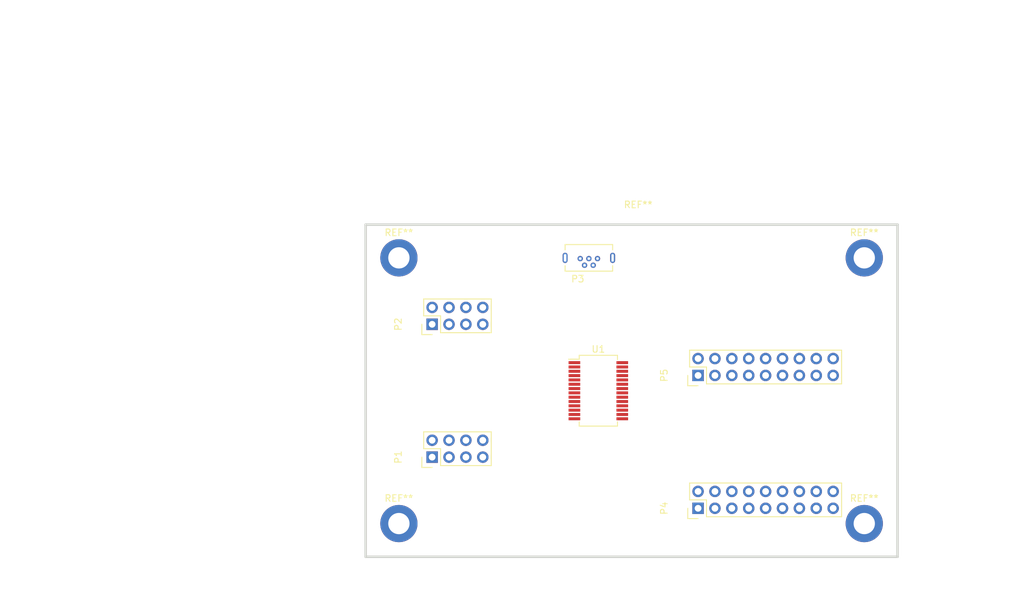
<source format=kicad_pcb>
(kicad_pcb (version 4) (host pcbnew 4.0.5+dfsg1-4)

  (general
    (links 32)
    (no_connects 32)
    (area 40 41.25 197.85 136.350001)
    (thickness 1.6)
    (drawings 15)
    (tracks 0)
    (zones 0)
    (modules 11)
    (nets 21)
  )

  (page A4)
  (title_block
    (title "Backplane for UppSense")
    (date 2017-06-20)
    (rev 1.0)
    (company "Uppsala University")
  )

  (layers
    (0 F.Cu signal)
    (31 B.Cu signal)
    (32 B.Adhes user)
    (33 F.Adhes user)
    (34 B.Paste user)
    (35 F.Paste user)
    (36 B.SilkS user)
    (37 F.SilkS user)
    (38 B.Mask user)
    (39 F.Mask user)
    (40 Dwgs.User user)
    (41 Cmts.User user)
    (42 Eco1.User user)
    (43 Eco2.User user)
    (44 Edge.Cuts user)
    (45 Margin user)
    (46 B.CrtYd user)
    (47 F.CrtYd user)
    (48 B.Fab user)
    (49 F.Fab user)
  )

  (setup
    (last_trace_width 0.25)
    (trace_clearance 0.2)
    (zone_clearance 0.508)
    (zone_45_only no)
    (trace_min 0.2)
    (segment_width 0.2)
    (edge_width 0.15)
    (via_size 0.6)
    (via_drill 0.4)
    (via_min_size 0.4)
    (via_min_drill 0.3)
    (uvia_size 0.3)
    (uvia_drill 0.1)
    (uvias_allowed no)
    (uvia_min_size 0.2)
    (uvia_min_drill 0.1)
    (pcb_text_width 0.3)
    (pcb_text_size 1.5 1.5)
    (mod_edge_width 0.15)
    (mod_text_size 1 1)
    (mod_text_width 0.15)
    (pad_size 1.524 1.524)
    (pad_drill 0.762)
    (pad_to_mask_clearance 0.2)
    (aux_axis_origin 0 0)
    (visible_elements FFFFFF7F)
    (pcbplotparams
      (layerselection 0x00030_80000001)
      (usegerberextensions false)
      (excludeedgelayer true)
      (linewidth 0.100000)
      (plotframeref false)
      (viasonmask false)
      (mode 1)
      (useauxorigin false)
      (hpglpennumber 1)
      (hpglpenspeed 20)
      (hpglpendiameter 15)
      (hpglpenoverlay 2)
      (psnegative false)
      (psa4output false)
      (plotreference true)
      (plotvalue true)
      (plotinvisibletext false)
      (padsonsilk false)
      (subtractmaskfromsilk false)
      (outputformat 1)
      (mirror false)
      (drillshape 1)
      (scaleselection 1)
      (outputdirectory ""))
  )

  (net 0 "")
  (net 1 VCC)
  (net 2 GND)
  (net 3 ADC1)
  (net 4 ADC2)
  (net 5 DAC1)
  (net 6 ADC3)
  (net 7 DAC2)
  (net 8 PWM1)
  (net 9 PWM2)
  (net 10 SPI_CLK)
  (net 11 SPI_MISO)
  (net 12 SPI_MOSI)
  (net 13 GPIO1)
  (net 14 SPI_CS)
  (net 15 GPIO2)
  (net 16 I2C_SCL)
  (net 17 GPIO3)
  (net 18 I2C_SDA)
  (net 19 GPIO4)
  (net 20 UART_TX)

  (net_class Default "This is the default net class."
    (clearance 0.2)
    (trace_width 0.25)
    (via_dia 0.6)
    (via_drill 0.4)
    (uvia_dia 0.3)
    (uvia_drill 0.1)
    (add_net ADC1)
    (add_net ADC2)
    (add_net ADC3)
    (add_net DAC1)
    (add_net DAC2)
    (add_net GND)
    (add_net GPIO1)
    (add_net GPIO2)
    (add_net GPIO3)
    (add_net GPIO4)
    (add_net I2C_SCL)
    (add_net I2C_SDA)
    (add_net PWM1)
    (add_net PWM2)
    (add_net SPI_CLK)
    (add_net SPI_CS)
    (add_net SPI_MISO)
    (add_net SPI_MOSI)
    (add_net UART_TX)
    (add_net VCC)
  )

  (module EuroBoard_Outline:EuroBoard_viertel_Type-I_80mmX50mm (layer F.Cu) (tedit 0) (tstamp 594B9E10)
    (at 95 125)
    (descr "Outline, Eurocard 1/4, Type I,  80x50mm,")
    (tags "Outline, Eurocard 1/4, Type I, 80x50mm,")
    (fp_text reference REF** (at 41.00068 -52.99964) (layer F.SilkS)
      (effects (font (size 1 1) (thickness 0.15)))
    )
    (fp_text value EuroBoard_viertel_Type-I_80mmX50mm (at 41.9989 5.99948) (layer F.Fab)
      (effects (font (size 1 1) (thickness 0.15)))
    )
    (fp_line (start 0 0) (end 0 -49.9999) (layer Edge.Cuts) (width 0.381))
    (fp_line (start 0 -49.9999) (end 79.99984 -49.9999) (layer Edge.Cuts) (width 0.381))
    (fp_line (start 79.99984 -49.9999) (end 79.99984 0) (layer Edge.Cuts) (width 0.381))
    (fp_line (start 79.99984 0) (end 0 0) (layer Edge.Cuts) (width 0.381))
  )

  (module Mounting_Holes:MountingHole_3.2mm_M3_DIN965_Pad (layer F.Cu) (tedit 56D1B4CB) (tstamp 594BA990)
    (at 100 80)
    (descr "Mounting Hole 3.2mm, M3, DIN965")
    (tags "mounting hole 3.2mm m3 din965")
    (fp_text reference REF** (at 0 -3.8) (layer F.SilkS)
      (effects (font (size 1 1) (thickness 0.15)))
    )
    (fp_text value MountingHole_3.2mm_M3_DIN965_Pad (at 0 3.8) (layer F.Fab)
      (effects (font (size 1 1) (thickness 0.15)))
    )
    (fp_circle (center 0 0) (end 2.8 0) (layer Cmts.User) (width 0.15))
    (fp_circle (center 0 0) (end 3.05 0) (layer F.CrtYd) (width 0.05))
    (pad 1 thru_hole circle (at 0 0) (size 5.6 5.6) (drill 3.2) (layers *.Cu *.Mask))
  )

  (module Mounting_Holes:MountingHole_3.2mm_M3_DIN965_Pad (layer F.Cu) (tedit 56D1B4CB) (tstamp 594BA987)
    (at 100 120)
    (descr "Mounting Hole 3.2mm, M3, DIN965")
    (tags "mounting hole 3.2mm m3 din965")
    (fp_text reference REF** (at 0 -3.8) (layer F.SilkS)
      (effects (font (size 1 1) (thickness 0.15)))
    )
    (fp_text value MountingHole_3.2mm_M3_DIN965_Pad (at 0 3.8) (layer F.Fab)
      (effects (font (size 1 1) (thickness 0.15)))
    )
    (fp_circle (center 0 0) (end 2.8 0) (layer Cmts.User) (width 0.15))
    (fp_circle (center 0 0) (end 3.05 0) (layer F.CrtYd) (width 0.05))
    (pad 1 thru_hole circle (at 0 0) (size 5.6 5.6) (drill 3.2) (layers *.Cu *.Mask))
  )

  (module Mounting_Holes:MountingHole_3.2mm_M3_DIN965_Pad (layer F.Cu) (tedit 56D1B4CB) (tstamp 594BA980)
    (at 170 120)
    (descr "Mounting Hole 3.2mm, M3, DIN965")
    (tags "mounting hole 3.2mm m3 din965")
    (fp_text reference REF** (at 0 -3.8) (layer F.SilkS)
      (effects (font (size 1 1) (thickness 0.15)))
    )
    (fp_text value MountingHole_3.2mm_M3_DIN965_Pad (at 0 3.8) (layer F.Fab)
      (effects (font (size 1 1) (thickness 0.15)))
    )
    (fp_circle (center 0 0) (end 2.8 0) (layer Cmts.User) (width 0.15))
    (fp_circle (center 0 0) (end 3.05 0) (layer F.CrtYd) (width 0.05))
    (pad 1 thru_hole circle (at 0 0) (size 5.6 5.6) (drill 3.2) (layers *.Cu *.Mask))
  )

  (module Pin_Headers:Pin_Header_Straight_2x04 (layer F.Cu) (tedit 0) (tstamp 594B8A31)
    (at 105 110 90)
    (descr "Through hole pin header")
    (tags "pin header")
    (path /5948E65F)
    (fp_text reference P1 (at 0 -5.1 90) (layer F.SilkS)
      (effects (font (size 1 1) (thickness 0.15)))
    )
    (fp_text value CONN_02X04 (at 0 -3.1 90) (layer F.Fab)
      (effects (font (size 1 1) (thickness 0.15)))
    )
    (fp_line (start -1.75 -1.75) (end -1.75 9.4) (layer F.CrtYd) (width 0.05))
    (fp_line (start 4.3 -1.75) (end 4.3 9.4) (layer F.CrtYd) (width 0.05))
    (fp_line (start -1.75 -1.75) (end 4.3 -1.75) (layer F.CrtYd) (width 0.05))
    (fp_line (start -1.75 9.4) (end 4.3 9.4) (layer F.CrtYd) (width 0.05))
    (fp_line (start -1.27 1.27) (end -1.27 8.89) (layer F.SilkS) (width 0.15))
    (fp_line (start -1.27 8.89) (end 3.81 8.89) (layer F.SilkS) (width 0.15))
    (fp_line (start 3.81 8.89) (end 3.81 -1.27) (layer F.SilkS) (width 0.15))
    (fp_line (start 3.81 -1.27) (end 1.27 -1.27) (layer F.SilkS) (width 0.15))
    (fp_line (start 0 -1.55) (end -1.55 -1.55) (layer F.SilkS) (width 0.15))
    (fp_line (start 1.27 -1.27) (end 1.27 1.27) (layer F.SilkS) (width 0.15))
    (fp_line (start 1.27 1.27) (end -1.27 1.27) (layer F.SilkS) (width 0.15))
    (fp_line (start -1.55 -1.55) (end -1.55 0) (layer F.SilkS) (width 0.15))
    (pad 1 thru_hole rect (at 0 0 90) (size 1.7272 1.7272) (drill 1.016) (layers *.Cu *.Mask)
      (net 1 VCC))
    (pad 2 thru_hole oval (at 2.54 0 90) (size 1.7272 1.7272) (drill 1.016) (layers *.Cu *.Mask)
      (net 2 GND))
    (pad 3 thru_hole oval (at 0 2.54 90) (size 1.7272 1.7272) (drill 1.016) (layers *.Cu *.Mask)
      (net 3 ADC1))
    (pad 4 thru_hole oval (at 2.54 2.54 90) (size 1.7272 1.7272) (drill 1.016) (layers *.Cu *.Mask)
      (net 2 GND))
    (pad 5 thru_hole oval (at 0 5.08 90) (size 1.7272 1.7272) (drill 1.016) (layers *.Cu *.Mask)
      (net 4 ADC2))
    (pad 6 thru_hole oval (at 2.54 5.08 90) (size 1.7272 1.7272) (drill 1.016) (layers *.Cu *.Mask)
      (net 5 DAC1))
    (pad 7 thru_hole oval (at 0 7.62 90) (size 1.7272 1.7272) (drill 1.016) (layers *.Cu *.Mask)
      (net 6 ADC3))
    (pad 8 thru_hole oval (at 2.54 7.62 90) (size 1.7272 1.7272) (drill 1.016) (layers *.Cu *.Mask)
      (net 7 DAC2))
    (model Pin_Headers.3dshapes/Pin_Header_Straight_2x04.wrl
      (at (xyz 0.05 -0.15 0))
      (scale (xyz 1 1 1))
      (rotate (xyz 0 0 90))
    )
  )

  (module Pin_Headers:Pin_Header_Straight_2x09 (layer F.Cu) (tedit 0) (tstamp 594B8C7A)
    (at 145 117.7 90)
    (descr "Through hole pin header")
    (tags "pin header")
    (path /5948FBD0)
    (fp_text reference P4 (at 0 -5.1 90) (layer F.SilkS)
      (effects (font (size 1 1) (thickness 0.15)))
    )
    (fp_text value CONN_02X09 (at 0 -3.1 90) (layer F.Fab)
      (effects (font (size 1 1) (thickness 0.15)))
    )
    (fp_line (start -1.75 -1.75) (end -1.75 22.1) (layer F.CrtYd) (width 0.05))
    (fp_line (start 4.3 -1.75) (end 4.3 22.1) (layer F.CrtYd) (width 0.05))
    (fp_line (start -1.75 -1.75) (end 4.3 -1.75) (layer F.CrtYd) (width 0.05))
    (fp_line (start -1.75 22.1) (end 4.3 22.1) (layer F.CrtYd) (width 0.05))
    (fp_line (start 3.81 21.59) (end 3.81 -1.27) (layer F.SilkS) (width 0.15))
    (fp_line (start -1.27 1.27) (end -1.27 21.59) (layer F.SilkS) (width 0.15))
    (fp_line (start 3.81 21.59) (end -1.27 21.59) (layer F.SilkS) (width 0.15))
    (fp_line (start 3.81 -1.27) (end 1.27 -1.27) (layer F.SilkS) (width 0.15))
    (fp_line (start 0 -1.55) (end -1.55 -1.55) (layer F.SilkS) (width 0.15))
    (fp_line (start 1.27 -1.27) (end 1.27 1.27) (layer F.SilkS) (width 0.15))
    (fp_line (start 1.27 1.27) (end -1.27 1.27) (layer F.SilkS) (width 0.15))
    (fp_line (start -1.55 -1.55) (end -1.55 0) (layer F.SilkS) (width 0.15))
    (pad 1 thru_hole rect (at 0 0 90) (size 1.7272 1.7272) (drill 1.016) (layers *.Cu *.Mask)
      (net 1 VCC))
    (pad 2 thru_hole oval (at 2.54 0 90) (size 1.7272 1.7272) (drill 1.016) (layers *.Cu *.Mask)
      (net 8 PWM1))
    (pad 3 thru_hole oval (at 0 2.54 90) (size 1.7272 1.7272) (drill 1.016) (layers *.Cu *.Mask)
      (net 2 GND))
    (pad 4 thru_hole oval (at 2.54 2.54 90) (size 1.7272 1.7272) (drill 1.016) (layers *.Cu *.Mask)
      (net 9 PWM2))
    (pad 5 thru_hole oval (at 0 5.08 90) (size 1.7272 1.7272) (drill 1.016) (layers *.Cu *.Mask)
      (net 10 SPI_CLK))
    (pad 6 thru_hole oval (at 2.54 5.08 90) (size 1.7272 1.7272) (drill 1.016) (layers *.Cu *.Mask)
      (net 5 DAC1))
    (pad 7 thru_hole oval (at 0 7.62 90) (size 1.7272 1.7272) (drill 1.016) (layers *.Cu *.Mask)
      (net 11 SPI_MISO))
    (pad 8 thru_hole oval (at 2.54 7.62 90) (size 1.7272 1.7272) (drill 1.016) (layers *.Cu *.Mask)
      (net 7 DAC2))
    (pad 9 thru_hole oval (at 0 10.16 90) (size 1.7272 1.7272) (drill 1.016) (layers *.Cu *.Mask)
      (net 12 SPI_MOSI))
    (pad 10 thru_hole oval (at 2.54 10.16 90) (size 1.7272 1.7272) (drill 1.016) (layers *.Cu *.Mask)
      (net 13 GPIO1))
    (pad 11 thru_hole oval (at 0 12.7 90) (size 1.7272 1.7272) (drill 1.016) (layers *.Cu *.Mask)
      (net 14 SPI_CS))
    (pad 12 thru_hole oval (at 2.54 12.7 90) (size 1.7272 1.7272) (drill 1.016) (layers *.Cu *.Mask)
      (net 15 GPIO2))
    (pad 13 thru_hole oval (at 0 15.24 90) (size 1.7272 1.7272) (drill 1.016) (layers *.Cu *.Mask)
      (net 16 I2C_SCL))
    (pad 14 thru_hole oval (at 2.54 15.24 90) (size 1.7272 1.7272) (drill 1.016) (layers *.Cu *.Mask)
      (net 17 GPIO3))
    (pad 15 thru_hole oval (at 0 17.78 90) (size 1.7272 1.7272) (drill 1.016) (layers *.Cu *.Mask)
      (net 18 I2C_SDA))
    (pad 16 thru_hole oval (at 2.54 17.78 90) (size 1.7272 1.7272) (drill 1.016) (layers *.Cu *.Mask)
      (net 19 GPIO4))
    (pad 17 thru_hole oval (at 0 20.32 90) (size 1.7272 1.7272) (drill 1.016) (layers *.Cu *.Mask)
      (net 20 UART_TX))
    (pad 18 thru_hole oval (at 2.54 20.32 90) (size 1.7272 1.7272) (drill 1.016) (layers *.Cu *.Mask)
      (net 20 UART_TX))
    (model Pin_Headers.3dshapes/Pin_Header_Straight_2x09.wrl
      (at (xyz 0.05 -0.4 0))
      (scale (xyz 1 1 1))
      (rotate (xyz 0 0 90))
    )
  )

  (module Pin_Headers:Pin_Header_Straight_2x04 (layer F.Cu) (tedit 0) (tstamp 594B9D1B)
    (at 105 90 90)
    (descr "Through hole pin header")
    (tags "pin header")
    (path /59490E80)
    (fp_text reference P2 (at 0 -5.1 90) (layer F.SilkS)
      (effects (font (size 1 1) (thickness 0.15)))
    )
    (fp_text value CONN_02X04 (at 0 -3.1 90) (layer F.Fab)
      (effects (font (size 1 1) (thickness 0.15)))
    )
    (fp_line (start -1.75 -1.75) (end -1.75 9.4) (layer F.CrtYd) (width 0.05))
    (fp_line (start 4.3 -1.75) (end 4.3 9.4) (layer F.CrtYd) (width 0.05))
    (fp_line (start -1.75 -1.75) (end 4.3 -1.75) (layer F.CrtYd) (width 0.05))
    (fp_line (start -1.75 9.4) (end 4.3 9.4) (layer F.CrtYd) (width 0.05))
    (fp_line (start -1.27 1.27) (end -1.27 8.89) (layer F.SilkS) (width 0.15))
    (fp_line (start -1.27 8.89) (end 3.81 8.89) (layer F.SilkS) (width 0.15))
    (fp_line (start 3.81 8.89) (end 3.81 -1.27) (layer F.SilkS) (width 0.15))
    (fp_line (start 3.81 -1.27) (end 1.27 -1.27) (layer F.SilkS) (width 0.15))
    (fp_line (start 0 -1.55) (end -1.55 -1.55) (layer F.SilkS) (width 0.15))
    (fp_line (start 1.27 -1.27) (end 1.27 1.27) (layer F.SilkS) (width 0.15))
    (fp_line (start 1.27 1.27) (end -1.27 1.27) (layer F.SilkS) (width 0.15))
    (fp_line (start -1.55 -1.55) (end -1.55 0) (layer F.SilkS) (width 0.15))
    (pad 1 thru_hole rect (at 0 0 90) (size 1.7272 1.7272) (drill 1.016) (layers *.Cu *.Mask)
      (net 1 VCC))
    (pad 2 thru_hole oval (at 2.54 0 90) (size 1.7272 1.7272) (drill 1.016) (layers *.Cu *.Mask)
      (net 2 GND))
    (pad 3 thru_hole oval (at 0 2.54 90) (size 1.7272 1.7272) (drill 1.016) (layers *.Cu *.Mask)
      (net 3 ADC1))
    (pad 4 thru_hole oval (at 2.54 2.54 90) (size 1.7272 1.7272) (drill 1.016) (layers *.Cu *.Mask)
      (net 2 GND))
    (pad 5 thru_hole oval (at 0 5.08 90) (size 1.7272 1.7272) (drill 1.016) (layers *.Cu *.Mask)
      (net 4 ADC2))
    (pad 6 thru_hole oval (at 2.54 5.08 90) (size 1.7272 1.7272) (drill 1.016) (layers *.Cu *.Mask)
      (net 5 DAC1))
    (pad 7 thru_hole oval (at 0 7.62 90) (size 1.7272 1.7272) (drill 1.016) (layers *.Cu *.Mask)
      (net 6 ADC3))
    (pad 8 thru_hole oval (at 2.54 7.62 90) (size 1.7272 1.7272) (drill 1.016) (layers *.Cu *.Mask)
      (net 7 DAC2))
    (model Pin_Headers.3dshapes/Pin_Header_Straight_2x04.wrl
      (at (xyz 0.05 -0.15 0))
      (scale (xyz 1 1 1))
      (rotate (xyz 0 0 90))
    )
  )

  (module Pin_Headers:Pin_Header_Straight_2x09 (layer F.Cu) (tedit 0) (tstamp 594B9D3D)
    (at 145 97.7 90)
    (descr "Through hole pin header")
    (tags "pin header")
    (path /59490EE5)
    (fp_text reference P5 (at 0 -5.1 90) (layer F.SilkS)
      (effects (font (size 1 1) (thickness 0.15)))
    )
    (fp_text value CONN_02X09 (at 0 -3.1 90) (layer F.Fab)
      (effects (font (size 1 1) (thickness 0.15)))
    )
    (fp_line (start -1.75 -1.75) (end -1.75 22.1) (layer F.CrtYd) (width 0.05))
    (fp_line (start 4.3 -1.75) (end 4.3 22.1) (layer F.CrtYd) (width 0.05))
    (fp_line (start -1.75 -1.75) (end 4.3 -1.75) (layer F.CrtYd) (width 0.05))
    (fp_line (start -1.75 22.1) (end 4.3 22.1) (layer F.CrtYd) (width 0.05))
    (fp_line (start 3.81 21.59) (end 3.81 -1.27) (layer F.SilkS) (width 0.15))
    (fp_line (start -1.27 1.27) (end -1.27 21.59) (layer F.SilkS) (width 0.15))
    (fp_line (start 3.81 21.59) (end -1.27 21.59) (layer F.SilkS) (width 0.15))
    (fp_line (start 3.81 -1.27) (end 1.27 -1.27) (layer F.SilkS) (width 0.15))
    (fp_line (start 0 -1.55) (end -1.55 -1.55) (layer F.SilkS) (width 0.15))
    (fp_line (start 1.27 -1.27) (end 1.27 1.27) (layer F.SilkS) (width 0.15))
    (fp_line (start 1.27 1.27) (end -1.27 1.27) (layer F.SilkS) (width 0.15))
    (fp_line (start -1.55 -1.55) (end -1.55 0) (layer F.SilkS) (width 0.15))
    (pad 1 thru_hole rect (at 0 0 90) (size 1.7272 1.7272) (drill 1.016) (layers *.Cu *.Mask)
      (net 1 VCC))
    (pad 2 thru_hole oval (at 2.54 0 90) (size 1.7272 1.7272) (drill 1.016) (layers *.Cu *.Mask)
      (net 8 PWM1))
    (pad 3 thru_hole oval (at 0 2.54 90) (size 1.7272 1.7272) (drill 1.016) (layers *.Cu *.Mask)
      (net 2 GND))
    (pad 4 thru_hole oval (at 2.54 2.54 90) (size 1.7272 1.7272) (drill 1.016) (layers *.Cu *.Mask)
      (net 9 PWM2))
    (pad 5 thru_hole oval (at 0 5.08 90) (size 1.7272 1.7272) (drill 1.016) (layers *.Cu *.Mask)
      (net 10 SPI_CLK))
    (pad 6 thru_hole oval (at 2.54 5.08 90) (size 1.7272 1.7272) (drill 1.016) (layers *.Cu *.Mask)
      (net 5 DAC1))
    (pad 7 thru_hole oval (at 0 7.62 90) (size 1.7272 1.7272) (drill 1.016) (layers *.Cu *.Mask)
      (net 11 SPI_MISO))
    (pad 8 thru_hole oval (at 2.54 7.62 90) (size 1.7272 1.7272) (drill 1.016) (layers *.Cu *.Mask)
      (net 7 DAC2))
    (pad 9 thru_hole oval (at 0 10.16 90) (size 1.7272 1.7272) (drill 1.016) (layers *.Cu *.Mask)
      (net 12 SPI_MOSI))
    (pad 10 thru_hole oval (at 2.54 10.16 90) (size 1.7272 1.7272) (drill 1.016) (layers *.Cu *.Mask)
      (net 13 GPIO1))
    (pad 11 thru_hole oval (at 0 12.7 90) (size 1.7272 1.7272) (drill 1.016) (layers *.Cu *.Mask)
      (net 14 SPI_CS))
    (pad 12 thru_hole oval (at 2.54 12.7 90) (size 1.7272 1.7272) (drill 1.016) (layers *.Cu *.Mask)
      (net 15 GPIO2))
    (pad 13 thru_hole oval (at 0 15.24 90) (size 1.7272 1.7272) (drill 1.016) (layers *.Cu *.Mask)
      (net 16 I2C_SCL))
    (pad 14 thru_hole oval (at 2.54 15.24 90) (size 1.7272 1.7272) (drill 1.016) (layers *.Cu *.Mask)
      (net 17 GPIO3))
    (pad 15 thru_hole oval (at 0 17.78 90) (size 1.7272 1.7272) (drill 1.016) (layers *.Cu *.Mask)
      (net 18 I2C_SDA))
    (pad 16 thru_hole oval (at 2.54 17.78 90) (size 1.7272 1.7272) (drill 1.016) (layers *.Cu *.Mask)
      (net 19 GPIO4))
    (pad 17 thru_hole oval (at 0 20.32 90) (size 1.7272 1.7272) (drill 1.016) (layers *.Cu *.Mask)
      (net 20 UART_TX))
    (pad 18 thru_hole oval (at 2.54 20.32 90) (size 1.7272 1.7272) (drill 1.016) (layers *.Cu *.Mask)
      (net 20 UART_TX))
    (model Pin_Headers.3dshapes/Pin_Header_Straight_2x09.wrl
      (at (xyz 0.05 -0.4 0))
      (scale (xyz 1 1 1))
      (rotate (xyz 0 0 90))
    )
  )

  (module Housings_SSOP:SSOP-28_5.3x10.2mm_Pitch0.65mm (layer F.Cu) (tedit 54130A77) (tstamp 594B9D6D)
    (at 130 100)
    (descr "28-Lead Plastic Shrink Small Outline (SS)-5.30 mm Body [SSOP] (see Microchip Packaging Specification 00000049BS.pdf)")
    (tags "SSOP 0.65")
    (path /59490896)
    (attr smd)
    (fp_text reference U1 (at 0 -6.25) (layer F.SilkS)
      (effects (font (size 1 1) (thickness 0.15)))
    )
    (fp_text value FT232RL (at 0 6.25) (layer F.Fab)
      (effects (font (size 1 1) (thickness 0.15)))
    )
    (fp_line (start -1.65 -5.1) (end 2.65 -5.1) (layer F.Fab) (width 0.15))
    (fp_line (start 2.65 -5.1) (end 2.65 5.1) (layer F.Fab) (width 0.15))
    (fp_line (start 2.65 5.1) (end -2.65 5.1) (layer F.Fab) (width 0.15))
    (fp_line (start -2.65 5.1) (end -2.65 -4.1) (layer F.Fab) (width 0.15))
    (fp_line (start -2.65 -4.1) (end -1.65 -5.1) (layer F.Fab) (width 0.15))
    (fp_line (start -4.75 -5.5) (end -4.75 5.5) (layer F.CrtYd) (width 0.05))
    (fp_line (start 4.75 -5.5) (end 4.75 5.5) (layer F.CrtYd) (width 0.05))
    (fp_line (start -4.75 -5.5) (end 4.75 -5.5) (layer F.CrtYd) (width 0.05))
    (fp_line (start -4.75 5.5) (end 4.75 5.5) (layer F.CrtYd) (width 0.05))
    (fp_line (start -2.875 -5.325) (end -2.875 -4.75) (layer F.SilkS) (width 0.15))
    (fp_line (start 2.875 -5.325) (end 2.875 -4.675) (layer F.SilkS) (width 0.15))
    (fp_line (start 2.875 5.325) (end 2.875 4.675) (layer F.SilkS) (width 0.15))
    (fp_line (start -2.875 5.325) (end -2.875 4.675) (layer F.SilkS) (width 0.15))
    (fp_line (start -2.875 -5.325) (end 2.875 -5.325) (layer F.SilkS) (width 0.15))
    (fp_line (start -2.875 5.325) (end 2.875 5.325) (layer F.SilkS) (width 0.15))
    (fp_line (start -2.875 -4.75) (end -4.475 -4.75) (layer F.SilkS) (width 0.15))
    (pad 1 smd rect (at -3.6 -4.225) (size 1.75 0.45) (layers F.Cu F.Paste F.Mask))
    (pad 2 smd rect (at -3.6 -3.575) (size 1.75 0.45) (layers F.Cu F.Paste F.Mask))
    (pad 3 smd rect (at -3.6 -2.925) (size 1.75 0.45) (layers F.Cu F.Paste F.Mask))
    (pad 4 smd rect (at -3.6 -2.275) (size 1.75 0.45) (layers F.Cu F.Paste F.Mask))
    (pad 5 smd rect (at -3.6 -1.625) (size 1.75 0.45) (layers F.Cu F.Paste F.Mask))
    (pad 6 smd rect (at -3.6 -0.975) (size 1.75 0.45) (layers F.Cu F.Paste F.Mask))
    (pad 7 smd rect (at -3.6 -0.325) (size 1.75 0.45) (layers F.Cu F.Paste F.Mask))
    (pad 8 smd rect (at -3.6 0.325) (size 1.75 0.45) (layers F.Cu F.Paste F.Mask))
    (pad 9 smd rect (at -3.6 0.975) (size 1.75 0.45) (layers F.Cu F.Paste F.Mask))
    (pad 10 smd rect (at -3.6 1.625) (size 1.75 0.45) (layers F.Cu F.Paste F.Mask))
    (pad 11 smd rect (at -3.6 2.275) (size 1.75 0.45) (layers F.Cu F.Paste F.Mask))
    (pad 12 smd rect (at -3.6 2.925) (size 1.75 0.45) (layers F.Cu F.Paste F.Mask))
    (pad 13 smd rect (at -3.6 3.575) (size 1.75 0.45) (layers F.Cu F.Paste F.Mask))
    (pad 14 smd rect (at -3.6 4.225) (size 1.75 0.45) (layers F.Cu F.Paste F.Mask))
    (pad 15 smd rect (at 3.6 4.225) (size 1.75 0.45) (layers F.Cu F.Paste F.Mask))
    (pad 16 smd rect (at 3.6 3.575) (size 1.75 0.45) (layers F.Cu F.Paste F.Mask))
    (pad 17 smd rect (at 3.6 2.925) (size 1.75 0.45) (layers F.Cu F.Paste F.Mask))
    (pad 18 smd rect (at 3.6 2.275) (size 1.75 0.45) (layers F.Cu F.Paste F.Mask))
    (pad 19 smd rect (at 3.6 1.625) (size 1.75 0.45) (layers F.Cu F.Paste F.Mask))
    (pad 20 smd rect (at 3.6 0.975) (size 1.75 0.45) (layers F.Cu F.Paste F.Mask))
    (pad 21 smd rect (at 3.6 0.325) (size 1.75 0.45) (layers F.Cu F.Paste F.Mask))
    (pad 22 smd rect (at 3.6 -0.325) (size 1.75 0.45) (layers F.Cu F.Paste F.Mask))
    (pad 23 smd rect (at 3.6 -0.975) (size 1.75 0.45) (layers F.Cu F.Paste F.Mask))
    (pad 24 smd rect (at 3.6 -1.625) (size 1.75 0.45) (layers F.Cu F.Paste F.Mask))
    (pad 25 smd rect (at 3.6 -2.275) (size 1.75 0.45) (layers F.Cu F.Paste F.Mask))
    (pad 26 smd rect (at 3.6 -2.925) (size 1.75 0.45) (layers F.Cu F.Paste F.Mask))
    (pad 27 smd rect (at 3.6 -3.575) (size 1.75 0.45) (layers F.Cu F.Paste F.Mask))
    (pad 28 smd rect (at 3.6 -4.225) (size 1.75 0.45) (layers F.Cu F.Paste F.Mask))
    (model Housings_SSOP.3dshapes/SSOP-28_5.3x10.2mm_Pitch0.65mm.wrl
      (at (xyz 0 0 0))
      (scale (xyz 1 1 1))
      (rotate (xyz 0 0 0))
    )
  )

  (module Mounting_Holes:MountingHole_3.2mm_M3_DIN965_Pad (layer F.Cu) (tedit 56D1B4CB) (tstamp 594BA977)
    (at 170 80)
    (descr "Mounting Hole 3.2mm, M3, DIN965")
    (tags "mounting hole 3.2mm m3 din965")
    (fp_text reference REF** (at 0 -3.8) (layer F.SilkS)
      (effects (font (size 1 1) (thickness 0.15)))
    )
    (fp_text value MountingHole_3.2mm_M3_DIN965_Pad (at 0 3.8) (layer F.Fab)
      (effects (font (size 1 1) (thickness 0.15)))
    )
    (fp_circle (center 0 0) (end 2.8 0) (layer Cmts.User) (width 0.15))
    (fp_circle (center 0 0) (end 3.05 0) (layer F.CrtYd) (width 0.05))
    (pad 1 thru_hole circle (at 0 0) (size 5.6 5.6) (drill 3.2) (layers *.Cu *.Mask))
  )

  (module MyUSB:USB3145-30-1-A (layer F.Cu) (tedit 5948FD91) (tstamp 594BAB18)
    (at 125 80)
    (path /5948EBA5)
    (fp_text reference P3 (at 1.905 3.175) (layer F.SilkS)
      (effects (font (size 1 1) (thickness 0.15)))
    )
    (fp_text value USB_B (at 6.985 -3.175) (layer F.Fab)
      (effects (font (size 1 1) (thickness 0.15)))
    )
    (fp_line (start -0.762 -2.286) (end -0.762 2.286) (layer F.CrtYd) (width 0.05))
    (fp_line (start -0.762 2.286) (end 7.874 2.286) (layer F.CrtYd) (width 0.05))
    (fp_line (start 7.874 2.286) (end 7.874 -2.286) (layer F.CrtYd) (width 0.05))
    (fp_line (start 7.874 -2.286) (end -0.762 -2.286) (layer F.CrtYd) (width 0.05))
    (fp_line (start 7.15 1.175) (end 7.15 1.975) (layer F.SilkS) (width 0.15))
    (fp_line (start 7.15 -2) (end 7.15 -1.2) (layer F.SilkS) (width 0.15))
    (fp_line (start 0 1.175) (end 0 1.975) (layer F.SilkS) (width 0.15))
    (fp_line (start 0 -2) (end 0 -1.2) (layer F.SilkS) (width 0.15))
    (fp_line (start 0 2) (end 7.15 2) (layer F.SilkS) (width 0.15))
    (fp_line (start 0 -2) (end 7.15 -2) (layer F.SilkS) (width 0.15))
    (pad 1 thru_hole circle (at 2.275 0.11) (size 0.8 0.8) (drill 0.4) (layers *.Cu *.Mask))
    (pad 4 thru_hole circle (at 4.225 1.11) (size 0.8 0.8) (drill 0.4) (layers *.Cu *.Mask))
    (pad 5 thru_hole circle (at 4.875 0.11) (size 0.8 0.8) (drill 0.4) (layers *.Cu *.Mask))
    (pad 2 thru_hole circle (at 2.925 1.11) (size 0.8 0.8) (drill 0.4) (layers *.Cu *.Mask))
    (pad "" thru_hole oval (at 7.15 0) (size 0.75 1.55) (drill oval 0.35 1.15) (layers *.Cu *.Mask))
    (pad "" thru_hole oval (at 0 0) (size 0.75 1.55) (drill oval 0.35 1.15) (layers *.Cu *.Mask))
    (pad 3 thru_hole circle (at 3.575 0.11) (size 0.8 0.8) (drill 0.4) (layers *.Cu *.Mask))
  )

  (dimension 10 (width 0.3) (layer Dwgs.User)
    (gr_text "10,000 mm" (at 100 134) (layer Dwgs.User)
      (effects (font (size 1.5 1.5) (thickness 0.3)))
    )
    (feature1 (pts (xy 95 110) (xy 95 132.7)))
    (feature2 (pts (xy 105 110) (xy 105 132.7)))
    (crossbar (pts (xy 105 130) (xy 95 130)))
    (arrow1a (pts (xy 95 130) (xy 96.126504 129.413579)))
    (arrow1b (pts (xy 95 130) (xy 96.126504 130.586421)))
    (arrow2a (pts (xy 105 130) (xy 103.873496 129.413579)))
    (arrow2b (pts (xy 105 130) (xy 103.873496 130.586421)))
  )
  (dimension 30 (width 0.3) (layer Dwgs.User)
    (gr_text "30,000 mm" (at 160 110.65) (layer Dwgs.User)
      (effects (font (size 1.5 1.5) (thickness 0.3)))
    )
    (feature1 (pts (xy 175 119) (xy 175 109.3)))
    (feature2 (pts (xy 145 119) (xy 145 109.3)))
    (crossbar (pts (xy 145 112) (xy 175 112)))
    (arrow1a (pts (xy 175 112) (xy 173.873496 112.586421)))
    (arrow1b (pts (xy 175 112) (xy 173.873496 111.413579)))
    (arrow2a (pts (xy 145 112) (xy 146.126504 112.586421)))
    (arrow2b (pts (xy 145 112) (xy 146.126504 111.413579)))
  )
  (dimension 30 (width 0.3) (layer Dwgs.User)
    (gr_text "30,000 mm" (at 160 102.35) (layer Dwgs.User)
      (effects (font (size 1.5 1.5) (thickness 0.3)))
    )
    (feature1 (pts (xy 175 97) (xy 175 103.7)))
    (feature2 (pts (xy 145 97) (xy 145 103.7)))
    (crossbar (pts (xy 145 101) (xy 175 101)))
    (arrow1a (pts (xy 175 101) (xy 173.873496 101.586421)))
    (arrow1b (pts (xy 175 101) (xy 173.873496 100.413579)))
    (arrow2a (pts (xy 145 101) (xy 146.126504 101.586421)))
    (arrow2b (pts (xy 145 101) (xy 146.126504 100.413579)))
  )
  (dimension 5 (width 0.3) (layer Dwgs.User)
    (gr_text "5,000 mm" (at 189 123 270) (layer Dwgs.User)
      (effects (font (size 1.5 1.5) (thickness 0.3)))
    )
    (feature1 (pts (xy 170 125) (xy 186.7 125)))
    (feature2 (pts (xy 170 120) (xy 186.7 120)))
    (crossbar (pts (xy 184 120) (xy 184 125)))
    (arrow1a (pts (xy 184 125) (xy 183.413579 123.873496)))
    (arrow1b (pts (xy 184 125) (xy 184.586421 123.873496)))
    (arrow2a (pts (xy 184 120) (xy 183.413579 121.126504)))
    (arrow2b (pts (xy 184 120) (xy 184.586421 121.126504)))
  )
  (dimension 5 (width 0.3) (layer Dwgs.User)
    (gr_text "5,000 mm" (at 174 135) (layer Dwgs.User)
      (effects (font (size 1.5 1.5) (thickness 0.3)))
    )
    (feature1 (pts (xy 175 120) (xy 175 133.7)))
    (feature2 (pts (xy 170 120) (xy 170 133.7)))
    (crossbar (pts (xy 170 131) (xy 175 131)))
    (arrow1a (pts (xy 175 131) (xy 173.873496 131.586421)))
    (arrow1b (pts (xy 175 131) (xy 173.873496 130.413579)))
    (arrow2a (pts (xy 170 131) (xy 171.126504 131.586421)))
    (arrow2b (pts (xy 170 131) (xy 171.126504 130.413579)))
  )
  (gr_text "Connectors are in an offset arrangement towards each other. This enables putting\none 90° angled connector above and one below the board -> more mechanical\nstability. Disadvantage: PCB thickness determines layout of backplane." (at 40 45) (layer Dwgs.User)
    (effects (font (size 1.5 1.5) (thickness 0.3)) (justify left))
  )
  (dimension 10 (width 0.3) (layer Dwgs.User)
    (gr_text "10,000 mm" (at 102 95) (layer Dwgs.User)
      (effects (font (size 1.5 1.5) (thickness 0.3)))
    )
    (feature1 (pts (xy 95 90) (xy 95 95.7)))
    (feature2 (pts (xy 105 90) (xy 105 95.7)))
    (crossbar (pts (xy 105 93) (xy 95 93)))
    (arrow1a (pts (xy 95 93) (xy 96.126504 92.413579)))
    (arrow1b (pts (xy 95 93) (xy 96.126504 93.586421)))
    (arrow2a (pts (xy 105 93) (xy 103.873496 92.413579)))
    (arrow2b (pts (xy 105 93) (xy 103.873496 93.586421)))
  )
  (dimension 22.7 (width 0.3) (layer Dwgs.User)
    (gr_text "22,700 mm" (at 191.35 86.35 90) (layer Dwgs.User)
      (effects (font (size 1.5 1.5) (thickness 0.3)))
    )
    (feature1 (pts (xy 145 75) (xy 192.7 75)))
    (feature2 (pts (xy 145 97.7) (xy 192.7 97.7)))
    (crossbar (pts (xy 190 97.7) (xy 190 75)))
    (arrow1a (pts (xy 190 75) (xy 190.586421 76.126504)))
    (arrow1b (pts (xy 190 75) (xy 189.413579 76.126504)))
    (arrow2a (pts (xy 190 97.7) (xy 190.586421 96.573496)))
    (arrow2b (pts (xy 190 97.7) (xy 189.413579 96.573496)))
  )
  (dimension 30 (width 0.3) (layer Dwgs.User)
    (gr_text "30,000 mm" (at 107 80) (layer Dwgs.User)
      (effects (font (size 1.5 1.5) (thickness 0.3)))
    )
    (feature1 (pts (xy 95 80) (xy 95 84.7)))
    (feature2 (pts (xy 125 80) (xy 125 84.7)))
    (crossbar (pts (xy 125 82) (xy 95 82)))
    (arrow1a (pts (xy 95 82) (xy 96.126504 81.413579)))
    (arrow1b (pts (xy 95 82) (xy 96.126504 82.586421)))
    (arrow2a (pts (xy 125 82) (xy 123.873496 81.413579)))
    (arrow2b (pts (xy 125 82) (xy 123.873496 82.586421)))
  )
  (dimension 5 (width 0.3) (layer Dwgs.User)
    (gr_text "5,000 mm" (at 116 75 90) (layer Dwgs.User)
      (effects (font (size 1.5 1.5) (thickness 0.3)))
    )
    (feature1 (pts (xy 125 75) (xy 118.3 75)))
    (feature2 (pts (xy 125 80) (xy 118.3 80)))
    (crossbar (pts (xy 121 80) (xy 121 75)))
    (arrow1a (pts (xy 121 75) (xy 121.586421 76.126504)))
    (arrow1b (pts (xy 121 75) (xy 120.413579 76.126504)))
    (arrow2a (pts (xy 121 80) (xy 121.586421 78.873496)))
    (arrow2b (pts (xy 121 80) (xy 120.413579 78.873496)))
  )
  (dimension 7.7 (width 0.3) (layer Dwgs.User)
    (gr_text "7,700 mm" (at 87 114 90) (layer Dwgs.User)
      (effects (font (size 1.5 1.5) (thickness 0.3)))
    )
    (feature1 (pts (xy 145 110) (xy 90.9 110)))
    (feature2 (pts (xy 145 117.7) (xy 90.9 117.7)))
    (crossbar (pts (xy 93.6 117.7) (xy 93.6 110)))
    (arrow1a (pts (xy 93.6 110) (xy 94.186421 111.126504)))
    (arrow1b (pts (xy 93.6 110) (xy 93.013579 111.126504)))
    (arrow2a (pts (xy 93.6 117.7) (xy 94.186421 116.573496)))
    (arrow2b (pts (xy 93.6 117.7) (xy 93.013579 116.573496)))
  )
  (dimension 15 (width 0.3) (layer Dwgs.User)
    (gr_text "15,000 mm" (at 78 82 90) (layer Dwgs.User)
      (effects (font (size 1.5 1.5) (thickness 0.3)))
    )
    (feature1 (pts (xy 105 75) (xy 77.3 75)))
    (feature2 (pts (xy 105 90) (xy 77.3 90)))
    (crossbar (pts (xy 80 90) (xy 80 75)))
    (arrow1a (pts (xy 80 75) (xy 80.586421 76.126504)))
    (arrow1b (pts (xy 80 75) (xy 79.413579 76.126504)))
    (arrow2a (pts (xy 80 90) (xy 80.586421 88.873496)))
    (arrow2b (pts (xy 80 90) (xy 79.413579 88.873496)))
  )
  (gr_text "+	2 x Distance PCB-1stRow-TSW-109-XX-G-D-RA, 1.78 mm\n+	PCB Thickness, 1.6 mm		\n+ 	Pitch, 2.54 mm\n-----------------------------------------\n7.7 mm\n						" (at 40 61) (layer Dwgs.User)
    (effects (font (size 1.5 1.5) (thickness 0.3)) (justify left))
  )
  (dimension 7.7 (width 0.3) (layer Dwgs.User)
    (gr_text "7,700 mm" (at 87 96 90) (layer Dwgs.User)
      (effects (font (size 1.5 1.5) (thickness 0.3)))
    )
    (feature1 (pts (xy 145 90) (xy 90.3 90)))
    (feature2 (pts (xy 145 97.7) (xy 90.3 97.7)))
    (crossbar (pts (xy 93 97.7) (xy 93 90)))
    (arrow1a (pts (xy 93 90) (xy 93.586421 91.126504)))
    (arrow1b (pts (xy 93 90) (xy 92.413579 91.126504)))
    (arrow2a (pts (xy 93 97.7) (xy 93.586421 96.573496)))
    (arrow2b (pts (xy 93 97.7) (xy 92.413579 96.573496)))
  )
  (dimension 80 (width 0.3) (layer Dwgs.User)
    (gr_text "80,000 mm" (at 135 129.35) (layer Dwgs.User)
      (effects (font (size 1.5 1.5) (thickness 0.3)))
    )
    (feature1 (pts (xy 175 125) (xy 175 130.7)))
    (feature2 (pts (xy 95 125) (xy 95 130.7)))
    (crossbar (pts (xy 95 128) (xy 175 128)))
    (arrow1a (pts (xy 175 128) (xy 173.873496 128.586421)))
    (arrow1b (pts (xy 175 128) (xy 173.873496 127.413579)))
    (arrow2a (pts (xy 95 128) (xy 96.126504 128.586421)))
    (arrow2b (pts (xy 95 128) (xy 96.126504 127.413579)))
  )

)

</source>
